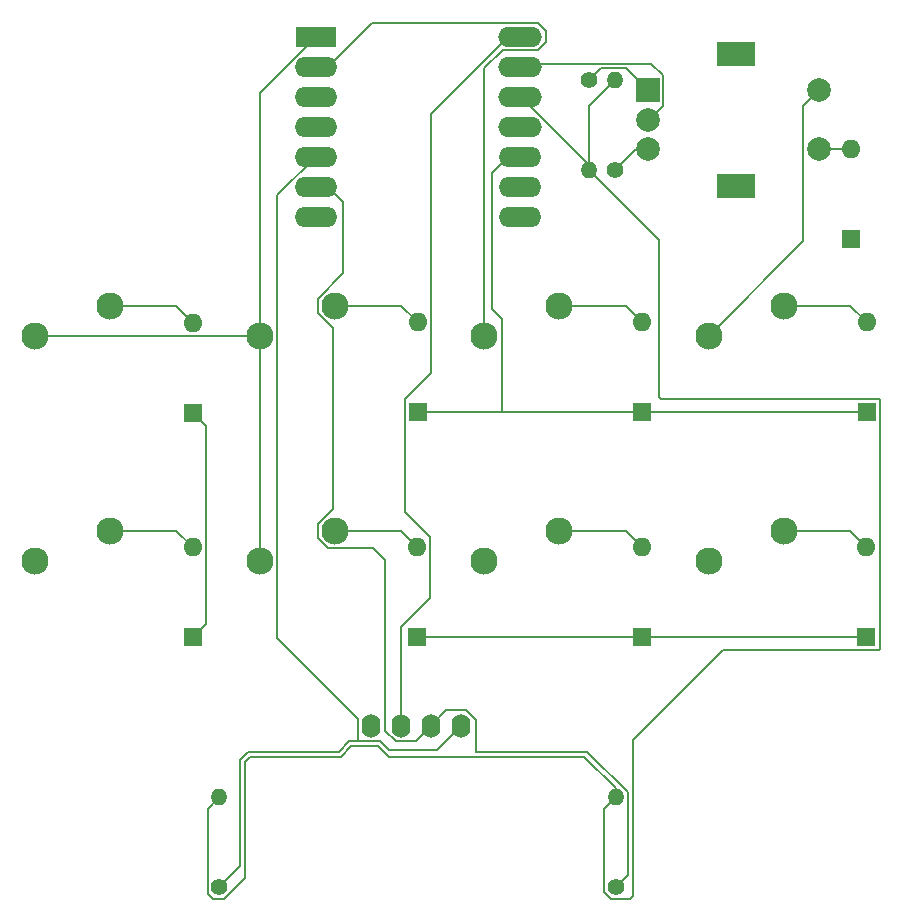
<source format=gbr>
%TF.GenerationSoftware,KiCad,Pcbnew,8.0.8*%
%TF.CreationDate,2025-02-15T23:13:22-05:00*%
%TF.ProjectId,Hackpad,4861636b-7061-4642-9e6b-696361645f70,rev?*%
%TF.SameCoordinates,Original*%
%TF.FileFunction,Copper,L2,Bot*%
%TF.FilePolarity,Positive*%
%FSLAX46Y46*%
G04 Gerber Fmt 4.6, Leading zero omitted, Abs format (unit mm)*
G04 Created by KiCad (PCBNEW 8.0.8) date 2025-02-15 23:13:22*
%MOMM*%
%LPD*%
G01*
G04 APERTURE LIST*
%TA.AperFunction,ComponentPad*%
%ADD10C,2.300000*%
%TD*%
%TA.AperFunction,ComponentPad*%
%ADD11C,1.400000*%
%TD*%
%TA.AperFunction,ComponentPad*%
%ADD12O,1.400000X1.400000*%
%TD*%
%TA.AperFunction,ComponentPad*%
%ADD13R,2.000000X2.000000*%
%TD*%
%TA.AperFunction,ComponentPad*%
%ADD14C,2.000000*%
%TD*%
%TA.AperFunction,ComponentPad*%
%ADD15R,3.200000X2.000000*%
%TD*%
%TA.AperFunction,ComponentPad*%
%ADD16R,3.500000X1.700000*%
%TD*%
%TA.AperFunction,ComponentPad*%
%ADD17O,3.600000X1.700000*%
%TD*%
%TA.AperFunction,ComponentPad*%
%ADD18O,3.700000X1.700000*%
%TD*%
%TA.AperFunction,ComponentPad*%
%ADD19O,1.600000X2.000000*%
%TD*%
%TA.AperFunction,ComponentPad*%
%ADD20R,1.600000X1.600000*%
%TD*%
%TA.AperFunction,ComponentPad*%
%ADD21O,1.600000X1.600000*%
%TD*%
%TA.AperFunction,Conductor*%
%ADD22C,0.200000*%
%TD*%
G04 APERTURE END LIST*
D10*
%TO.P,SW7,1,1*%
%TO.N,col1*%
X79640000Y-137580000D03*
%TO.P,SW7,2,2*%
%TO.N,Net-(D9-A)*%
X85990000Y-135040000D03*
%TD*%
D11*
%TO.P,R3,1*%
%TO.N,Enc_A*%
X126580000Y-96880000D03*
D12*
%TO.P,R3,2*%
%TO.N,+3.3V*%
X126580000Y-104500000D03*
%TD*%
D13*
%TO.P,SW13,A,A*%
%TO.N,Enc_A*%
X131500000Y-97750000D03*
D14*
%TO.P,SW13,B,B*%
%TO.N,Enc_B*%
X131500000Y-102750000D03*
%TO.P,SW13,C,C*%
%TO.N,GND*%
X131500000Y-100250000D03*
D15*
%TO.P,SW13,MP*%
%TO.N,N/C*%
X139000000Y-94650000D03*
X139000000Y-105850000D03*
D14*
%TO.P,SW13,S1,S1*%
%TO.N,Enc_SWA*%
X146000000Y-102750000D03*
%TO.P,SW13,S2,S2*%
%TO.N,Enc_SWB*%
X146000000Y-97750000D03*
%TD*%
D11*
%TO.P,R4,1*%
%TO.N,Enc_B*%
X128750000Y-104500000D03*
D12*
%TO.P,R4,2*%
%TO.N,+3.3V*%
X128750000Y-96880000D03*
%TD*%
D16*
%TO.P,U1,1,PA02_A0_D0*%
%TO.N,col0*%
X103464500Y-93192015D03*
D17*
%TO.P,U1,2,PA4_A1_D1*%
%TO.N,col1*%
X103464500Y-95732015D03*
%TO.P,U1,3,PA10_A2_D2*%
%TO.N,Enc_SWB*%
X103464500Y-98272015D03*
%TO.P,U1,4,PA11_A3_D3*%
%TO.N,Enc_A*%
X103464500Y-100812015D03*
%TO.P,U1,5,PA8_A4_D4_SDA*%
%TO.N,OLED_SDA*%
X103464500Y-103352015D03*
%TO.P,U1,6,PA9_A5_D5_SCL*%
%TO.N,OLED_SCL*%
X103464500Y-105892015D03*
%TO.P,U1,7,PB08_A6_D6_TX*%
%TO.N,Enc_B*%
X103464500Y-108432015D03*
%TO.P,U1,8,PB09_A7_D7_RX*%
%TO.N,row0*%
X120714500Y-108432015D03*
%TO.P,U1,9,PA7_A8_D8_SCK*%
%TO.N,row1*%
X120714500Y-105892015D03*
%TO.P,U1,10,PA5_A9_D9_MISO*%
%TO.N,row2*%
X120714500Y-103352015D03*
D18*
%TO.P,U1,11,PA6_A10_D10_MOSI*%
%TO.N,Led*%
X120714500Y-100812015D03*
%TO.P,U1,12,3V3*%
%TO.N,+3.3V*%
X120714500Y-98272015D03*
%TO.P,U1,13,GND*%
%TO.N,GND*%
X120714500Y-95732015D03*
%TO.P,U1,14,5V*%
%TO.N,+5V*%
X120714500Y-93192015D03*
%TD*%
D19*
%TO.P,Brd1,1,GND*%
%TO.N,GND*%
X108080000Y-151550000D03*
%TO.P,Brd1,2,VCC*%
%TO.N,+5V*%
X110620000Y-151550000D03*
%TO.P,Brd1,3,SCL*%
%TO.N,OLED_SCL*%
X113160000Y-151550000D03*
%TO.P,Brd1,4,SDA*%
%TO.N,OLED_SDA*%
X115700000Y-151550000D03*
%TD*%
D10*
%TO.P,SW11,1,1*%
%TO.N,col1*%
X117690000Y-137578050D03*
%TO.P,SW11,2,2*%
%TO.N,Net-(D13-A)*%
X124040000Y-135038050D03*
%TD*%
%TO.P,SW4,1,1*%
%TO.N,Enc_SWB*%
X136690000Y-118540000D03*
%TO.P,SW4,2,2*%
%TO.N,Net-(D6-A)*%
X143040000Y-116000000D03*
%TD*%
D20*
%TO.P,D6,1,K*%
%TO.N,row2*%
X150040000Y-125000000D03*
D21*
%TO.P,D6,2,A*%
%TO.N,Net-(D6-A)*%
X150040000Y-117380000D03*
%TD*%
D20*
%TO.P,D5,1,K*%
%TO.N,row2*%
X131040000Y-125000000D03*
D21*
%TO.P,D5,2,A*%
%TO.N,Net-(D5-A)*%
X131040000Y-117380000D03*
%TD*%
D20*
%TO.P,D10,1,K*%
%TO.N,row1*%
X150000000Y-144000000D03*
D21*
%TO.P,D10,2,A*%
%TO.N,Net-(D10-A)*%
X150000000Y-136380000D03*
%TD*%
D10*
%TO.P,SW8,1,1*%
%TO.N,Enc_SWB*%
X136690000Y-137578050D03*
%TO.P,SW8,2,2*%
%TO.N,Net-(D10-A)*%
X143040000Y-135038050D03*
%TD*%
%TO.P,SW2,1,1*%
%TO.N,col0*%
X98690000Y-118540000D03*
%TO.P,SW2,2,2*%
%TO.N,Net-(D4-A)*%
X105040000Y-116000000D03*
%TD*%
%TO.P,SW3,1,1*%
%TO.N,col1*%
X117690000Y-118540000D03*
%TO.P,SW3,2,2*%
%TO.N,Net-(D5-A)*%
X124040000Y-116000000D03*
%TD*%
%TO.P,SW10,1,1*%
%TO.N,col0*%
X98690000Y-137578050D03*
%TO.P,SW10,2,2*%
%TO.N,Net-(D12-A)*%
X105040000Y-135038050D03*
%TD*%
D20*
%TO.P,D8,1,K*%
%TO.N,row0*%
X92970000Y-125040000D03*
D21*
%TO.P,D8,2,A*%
%TO.N,Net-(D8-A)*%
X92970000Y-117420000D03*
%TD*%
D11*
%TO.P,R1,1*%
%TO.N,OLED_SCL*%
X128800000Y-165200000D03*
D12*
%TO.P,R1,2*%
%TO.N,+3.3V*%
X128800000Y-157580000D03*
%TD*%
D20*
%TO.P,D4,1,K*%
%TO.N,row2*%
X112040000Y-125000000D03*
D21*
%TO.P,D4,2,A*%
%TO.N,Net-(D4-A)*%
X112040000Y-117380000D03*
%TD*%
D10*
%TO.P,SW6,1,1*%
%TO.N,col0*%
X79640000Y-118540000D03*
%TO.P,SW6,2,2*%
%TO.N,Net-(D8-A)*%
X85990000Y-116000000D03*
%TD*%
D20*
%TO.P,D12,1,K*%
%TO.N,row1*%
X112000000Y-144000000D03*
D21*
%TO.P,D12,2,A*%
%TO.N,Net-(D12-A)*%
X112000000Y-136380000D03*
%TD*%
D20*
%TO.P,D9,1,K*%
%TO.N,row0*%
X92990000Y-144040000D03*
D21*
%TO.P,D9,2,A*%
%TO.N,Net-(D9-A)*%
X92990000Y-136420000D03*
%TD*%
D11*
%TO.P,R2,1*%
%TO.N,OLED_SDA*%
X95250000Y-165200000D03*
D12*
%TO.P,R2,2*%
%TO.N,+3.3V*%
X95250000Y-157580000D03*
%TD*%
D20*
%TO.P,D13,1,K*%
%TO.N,row1*%
X131000000Y-144000000D03*
D21*
%TO.P,D13,2,A*%
%TO.N,Net-(D13-A)*%
X131000000Y-136380000D03*
%TD*%
D20*
%TO.P,D14,1,K*%
%TO.N,row0*%
X148750000Y-110370000D03*
D21*
%TO.P,D14,2,A*%
%TO.N,Enc_SWA*%
X148750000Y-102750000D03*
%TD*%
D22*
%TO.N,+5V*%
X113100000Y-140700000D02*
X110620000Y-143180000D01*
X119714500Y-93192015D02*
X113140000Y-99766515D01*
X113140000Y-121700000D02*
X110940000Y-123900000D01*
X110940000Y-133440000D02*
X113100000Y-135600000D01*
X113140000Y-99766515D02*
X113140000Y-121700000D01*
X113100000Y-135600000D02*
X113100000Y-140700000D01*
X110940000Y-123900000D02*
X110940000Y-133440000D01*
X110620000Y-143180000D02*
X110620000Y-151550000D01*
%TO.N,OLED_SCL*%
X104439390Y-136488050D02*
X103590000Y-135638660D01*
X110164365Y-152850000D02*
X109282182Y-151967817D01*
X128800000Y-165200000D02*
X129800000Y-164200000D01*
X103590000Y-135638660D02*
X103590000Y-134437440D01*
X129800000Y-164200000D02*
X129800000Y-157165786D01*
X116155635Y-150250000D02*
X114460000Y-150250000D01*
X109282182Y-137538050D02*
X108232182Y-136488050D01*
X126384214Y-153750000D02*
X117000000Y-153750000D01*
X103590000Y-115399390D02*
X105750000Y-113239390D01*
X103590000Y-116600610D02*
X103590000Y-115399390D01*
X113160000Y-151550000D02*
X111860000Y-152850000D01*
X117000000Y-153750000D02*
X117000000Y-151094365D01*
X104843900Y-133183540D02*
X104843900Y-117854510D01*
X109282182Y-151967817D02*
X109282182Y-137538050D01*
X129800000Y-157165786D02*
X126384214Y-153750000D01*
X111860000Y-152850000D02*
X110164365Y-152850000D01*
X108232182Y-136488050D02*
X104439390Y-136488050D01*
X114460000Y-150250000D02*
X113160000Y-151550000D01*
X105750000Y-113239390D02*
X105750000Y-107177515D01*
X117000000Y-151094365D02*
X116155635Y-150250000D01*
X103590000Y-134437440D02*
X104843900Y-133183540D01*
X104843900Y-117854510D02*
X103590000Y-116600610D01*
X105750000Y-107177515D02*
X104464500Y-105892015D01*
%TO.N,GND*%
X119966515Y-95480000D02*
X131830000Y-95480000D01*
X131830000Y-95480000D02*
X132800000Y-96450000D01*
X131600000Y-100250000D02*
X131500000Y-100250000D01*
X132800000Y-99050000D02*
X131600000Y-100250000D01*
X132800000Y-96450000D02*
X132800000Y-99050000D01*
X119714500Y-95732015D02*
X119966515Y-95480000D01*
%TO.N,OLED_SDA*%
X108850000Y-152850000D02*
X109600000Y-153600000D01*
X106980000Y-150980000D02*
X106980000Y-152850000D01*
X104464500Y-103352015D02*
X103428154Y-103352015D01*
X97000000Y-154415786D02*
X97665786Y-153750000D01*
X105350000Y-153750000D02*
X106250000Y-152850000D01*
X109600000Y-153600000D02*
X113650000Y-153600000D01*
X106250000Y-152850000D02*
X108850000Y-152850000D01*
X97665786Y-153750000D02*
X105350000Y-153750000D01*
X106980000Y-152850000D02*
X106250000Y-152850000D01*
X97000000Y-163450000D02*
X97000000Y-154415786D01*
X100156100Y-106624069D02*
X100156100Y-144156100D01*
X95250000Y-165200000D02*
X97000000Y-163450000D01*
X113650000Y-153600000D02*
X115700000Y-151550000D01*
X100156100Y-144156100D02*
X106980000Y-150980000D01*
X103428154Y-103352015D02*
X100156100Y-106624069D01*
%TO.N,Net-(D8-A)*%
X85990000Y-116000000D02*
X91550000Y-116000000D01*
X91550000Y-116000000D02*
X92970000Y-117420000D01*
%TO.N,Net-(D9-A)*%
X85990000Y-135040000D02*
X91610000Y-135040000D01*
X91610000Y-135040000D02*
X92990000Y-136420000D01*
%TO.N,row1*%
X112000000Y-144000000D02*
X131000000Y-144000000D01*
X131000000Y-144000000D02*
X150000000Y-144000000D01*
%TO.N,Net-(D12-A)*%
X110658050Y-135038050D02*
X112000000Y-136380000D01*
X105040000Y-135038050D02*
X110658050Y-135038050D01*
%TO.N,Net-(D13-A)*%
X129658050Y-135038050D02*
X131000000Y-136380000D01*
X124040000Y-135038050D02*
X129658050Y-135038050D01*
%TO.N,Enc_SWA*%
X146000000Y-102750000D02*
X148750000Y-102750000D01*
%TO.N,col0*%
X104464500Y-93192015D02*
X103428154Y-93192015D01*
X98690000Y-137578050D02*
X98690000Y-118540000D01*
X98690000Y-118540000D02*
X79640000Y-118540000D01*
X98690000Y-97930169D02*
X98690000Y-118540000D01*
X103428154Y-93192015D02*
X98690000Y-97930169D01*
%TO.N,col1*%
X122864500Y-92715669D02*
X122864500Y-93668361D01*
X104464500Y-95732015D02*
X108154500Y-92042015D01*
X117690000Y-95890169D02*
X117690000Y-118540000D01*
X122190846Y-92042015D02*
X122864500Y-92715669D01*
X119238154Y-94342015D02*
X117690000Y-95890169D01*
X122864500Y-93668361D02*
X122190846Y-94342015D01*
X122190846Y-94342015D02*
X119238154Y-94342015D01*
X108154500Y-92042015D02*
X122190846Y-92042015D01*
%TO.N,Enc_SWB*%
X146000000Y-97750000D02*
X144700000Y-99050000D01*
X144700000Y-110530000D02*
X136690000Y-118540000D01*
X144700000Y-99050000D02*
X144700000Y-110530000D01*
%TO.N,Enc_B*%
X130500000Y-102750000D02*
X131500000Y-102750000D01*
X128750000Y-104500000D02*
X130500000Y-102750000D01*
%TO.N,Enc_A*%
X127580000Y-95880000D02*
X129630000Y-95880000D01*
X129630000Y-95880000D02*
X131500000Y-97750000D01*
X126580000Y-96880000D02*
X127580000Y-95880000D01*
%TO.N,+3.3V*%
X97400000Y-154600000D02*
X97400000Y-164464214D01*
X94250000Y-165750000D02*
X94250000Y-158580000D01*
X126580000Y-104500000D02*
X126580000Y-99050000D01*
X94700000Y-166200000D02*
X94250000Y-165750000D01*
X132500000Y-123750000D02*
X132650000Y-123900000D01*
X128800000Y-157580000D02*
X128800000Y-156800000D01*
X130250000Y-152750000D02*
X130250000Y-165950000D01*
X126150000Y-154150000D02*
X109584314Y-154150000D01*
X127800000Y-165614214D02*
X127800000Y-158580000D01*
X151100000Y-145100000D02*
X137900000Y-145100000D01*
X106415686Y-153250000D02*
X105500000Y-154165686D01*
X109584314Y-154150000D02*
X108684314Y-153250000D01*
X97834314Y-154165686D02*
X97400000Y-154600000D01*
X130250000Y-165950000D02*
X130000000Y-166200000D01*
X132650000Y-123900000D02*
X151140000Y-123900000D01*
X120800846Y-98272015D02*
X126580000Y-104051169D01*
X126580000Y-104500000D02*
X132500000Y-110420000D01*
X126580000Y-104051169D02*
X126580000Y-104500000D01*
X95664214Y-166200000D02*
X94700000Y-166200000D01*
X128800000Y-156800000D02*
X126150000Y-154150000D01*
X137900000Y-145100000D02*
X130250000Y-152750000D01*
X151140000Y-123900000D02*
X151140000Y-145060000D01*
X126580000Y-99050000D02*
X128750000Y-96880000D01*
X105500000Y-154165686D02*
X97834314Y-154165686D01*
X127800000Y-158580000D02*
X128800000Y-157580000D01*
X97400000Y-164464214D02*
X95664214Y-166200000D01*
X108684314Y-153250000D02*
X106415686Y-153250000D01*
X128385786Y-166200000D02*
X127800000Y-165614214D01*
X132500000Y-110420000D02*
X132500000Y-123750000D01*
X130000000Y-166200000D02*
X128385786Y-166200000D01*
X151140000Y-145060000D02*
X151100000Y-145100000D01*
X94250000Y-158580000D02*
X95250000Y-157580000D01*
X119714500Y-98272015D02*
X120800846Y-98272015D01*
%TO.N,row2*%
X112040000Y-125000000D02*
X119000000Y-125000000D01*
X118290610Y-104775905D02*
X119714500Y-103352015D01*
X131040000Y-125000000D02*
X150040000Y-125000000D01*
X119140000Y-124860000D02*
X119140000Y-117140000D01*
X112040000Y-125000000D02*
X131040000Y-125000000D01*
X119140000Y-117140000D02*
X118290610Y-116290610D01*
X118290610Y-116290610D02*
X118290610Y-104775905D01*
X119000000Y-125000000D02*
X119140000Y-124860000D01*
%TO.N,Net-(D4-A)*%
X110660000Y-116000000D02*
X112040000Y-117380000D01*
X105040000Y-116000000D02*
X110660000Y-116000000D01*
%TO.N,Net-(D5-A)*%
X129660000Y-116000000D02*
X131040000Y-117380000D01*
X124040000Y-116000000D02*
X129660000Y-116000000D01*
%TO.N,Net-(D10-A)*%
X148658050Y-135038050D02*
X150000000Y-136380000D01*
X143040000Y-135038050D02*
X148658050Y-135038050D01*
%TO.N,Net-(D6-A)*%
X143040000Y-116000000D02*
X148660000Y-116000000D01*
X148660000Y-116000000D02*
X150040000Y-117380000D01*
%TO.N,row0*%
X92990000Y-144040000D02*
X94090000Y-142940000D01*
X94090000Y-142940000D02*
X94090000Y-126160000D01*
X94090000Y-126160000D02*
X92970000Y-125040000D01*
%TD*%
M02*

</source>
